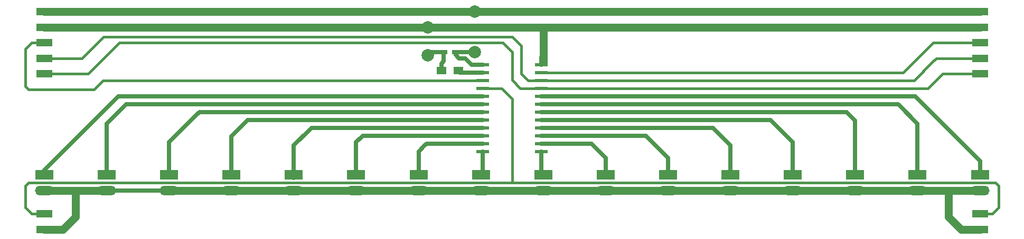
<source format=gbl>
G04 #@! TF.FileFunction,Copper,L2,Bot,Signal*
%FSLAX46Y46*%
G04 Gerber Fmt 4.6, Leading zero omitted, Abs format (unit mm)*
G04 Created by KiCad (PCBNEW 4.0.7-e2-6376~58~ubuntu17.04.1) date Mon Nov 20 17:12:01 2017*
%MOMM*%
%LPD*%
G01*
G04 APERTURE LIST*
%ADD10C,0.100000*%
%ADD11R,2.500000X1.250000*%
%ADD12R,2.000000X0.600000*%
%ADD13R,1.500000X1.300000*%
%ADD14R,3.000000X1.500000*%
%ADD15O,3.000000X1.500000*%
%ADD16R,1.200000X0.750000*%
%ADD17C,1.998980*%
%ADD18C,0.635000*%
%ADD19C,1.270000*%
%ADD20C,0.381000*%
G04 APERTURE END LIST*
D10*
D11*
X212500000Y-42500000D03*
X212500000Y-72500000D03*
X212500000Y-50000000D03*
X212500000Y-47500000D03*
X62500000Y-45000000D03*
X212500000Y-75000000D03*
X62500000Y-40000000D03*
X62500000Y-42500000D03*
X62500000Y-72500000D03*
X62500000Y-50000000D03*
X62500000Y-47500000D03*
X212500000Y-45000000D03*
X62500000Y-75000000D03*
X212500000Y-40000000D03*
D12*
X142200000Y-48515000D03*
X142200000Y-49785000D03*
X142200000Y-51055000D03*
X142200000Y-52325000D03*
X142200000Y-53595000D03*
X142200000Y-54865000D03*
X142200000Y-56135000D03*
X142200000Y-57405000D03*
X142200000Y-58675000D03*
X142200000Y-59945000D03*
X142200000Y-61215000D03*
X142200000Y-62485000D03*
X132800000Y-62485000D03*
X132800000Y-61215000D03*
X132800000Y-59945000D03*
X132800000Y-58675000D03*
X132800000Y-57405000D03*
X132800000Y-56135000D03*
X132800000Y-54865000D03*
X132800000Y-53595000D03*
X132800000Y-52325000D03*
X132800000Y-51055000D03*
X132800000Y-49785000D03*
X132800000Y-48515000D03*
D13*
X128850000Y-49500000D03*
X126150000Y-49500000D03*
D14*
X62500000Y-66230000D03*
D15*
X62500000Y-68770000D03*
D14*
X72500000Y-66230000D03*
D15*
X72500000Y-68770000D03*
D14*
X82500000Y-66230000D03*
D15*
X82500000Y-68770000D03*
D14*
X92500000Y-66230000D03*
D15*
X92500000Y-68770000D03*
D14*
X102500000Y-66230000D03*
D15*
X102500000Y-68770000D03*
D14*
X112500000Y-66230000D03*
D15*
X112500000Y-68770000D03*
D14*
X122500000Y-66230000D03*
D15*
X122500000Y-68770000D03*
D14*
X132500000Y-66230000D03*
D15*
X132500000Y-68770000D03*
D14*
X142500000Y-66230000D03*
D15*
X142500000Y-68770000D03*
D14*
X152500000Y-66230000D03*
D15*
X152500000Y-68770000D03*
D14*
X162500000Y-66230000D03*
D15*
X162500000Y-68770000D03*
D14*
X172500000Y-66230000D03*
D15*
X172500000Y-68770000D03*
D14*
X182500000Y-66230000D03*
D15*
X182500000Y-68770000D03*
D14*
X192500000Y-66230000D03*
D15*
X192500000Y-68770000D03*
D14*
X202500000Y-66230000D03*
D15*
X202500000Y-68770000D03*
D14*
X212500000Y-66230000D03*
D15*
X212500000Y-68770000D03*
D16*
X128450000Y-46500000D03*
X126550000Y-46500000D03*
D17*
X131500000Y-40000000D03*
X124000000Y-42500000D03*
X124000000Y-47000000D03*
X131500000Y-46500000D03*
D18*
X131500000Y-40000000D02*
X133500000Y-40000000D01*
X128450000Y-46500000D02*
X131500000Y-46500000D01*
X132800000Y-48515000D02*
X131015000Y-48515000D01*
X128450000Y-46950000D02*
X128450000Y-46500000D01*
X129000000Y-47500000D02*
X128450000Y-46950000D01*
X130000000Y-47500000D02*
X129000000Y-47500000D01*
X131015000Y-48515000D02*
X130000000Y-47500000D01*
D19*
X212500000Y-40000000D02*
X133500000Y-40000000D01*
X133500000Y-40000000D02*
X124500000Y-40000000D01*
X124500000Y-40000000D02*
X62500000Y-40000000D01*
D18*
X124000000Y-42500000D02*
X126000000Y-42500000D01*
X142200000Y-48515000D02*
X142200000Y-47300000D01*
X142200000Y-47300000D02*
X142500000Y-47000000D01*
X126550000Y-46500000D02*
X124500000Y-46500000D01*
X124500000Y-46500000D02*
X124000000Y-47000000D01*
X126150000Y-49500000D02*
X126150000Y-48350000D01*
X126550000Y-47950000D02*
X126550000Y-46500000D01*
X126150000Y-48350000D02*
X126550000Y-47950000D01*
X142200000Y-48515000D02*
X142200000Y-48300000D01*
X142200000Y-48300000D02*
X142500000Y-48000000D01*
D19*
X142500000Y-47000000D02*
X142500000Y-48000000D01*
X142500000Y-42500000D02*
X142500000Y-47000000D01*
X62500000Y-42500000D02*
X122000000Y-42500000D01*
X122000000Y-42500000D02*
X126000000Y-42500000D01*
X126000000Y-42500000D02*
X142500000Y-42500000D01*
X142500000Y-42500000D02*
X212500000Y-42500000D01*
D18*
X212500000Y-66230000D02*
X212500000Y-64000000D01*
X212500000Y-64000000D02*
X202095000Y-53595000D01*
X142200000Y-53595000D02*
X202095000Y-53595000D01*
D19*
X207500000Y-68770000D02*
X207500000Y-73000000D01*
X62500000Y-75000000D02*
X65500000Y-75000000D01*
X67500000Y-73000000D02*
X67500000Y-68770000D01*
X65500000Y-75000000D02*
X67500000Y-73000000D01*
X212500000Y-75000000D02*
X209500000Y-75000000D01*
X209500000Y-75000000D02*
X207500000Y-73000000D01*
X202500000Y-68770000D02*
X207500000Y-68770000D01*
X207500000Y-68770000D02*
X207000000Y-68770000D01*
X207000000Y-68770000D02*
X212500000Y-68770000D01*
X192500000Y-68770000D02*
X202500000Y-68770000D01*
X182500000Y-68770000D02*
X192500000Y-68770000D01*
X172500000Y-68770000D02*
X182500000Y-68770000D01*
X162500000Y-68770000D02*
X172500000Y-68770000D01*
X152500000Y-68770000D02*
X162500000Y-68770000D01*
X142500000Y-68770000D02*
X152500000Y-68770000D01*
X142500000Y-68770000D02*
X132500000Y-68770000D01*
X122500000Y-68770000D02*
X132500000Y-68770000D01*
X112500000Y-68770000D02*
X122500000Y-68770000D01*
X102500000Y-68770000D02*
X112500000Y-68770000D01*
X102500000Y-68770000D02*
X92690498Y-68770000D01*
X92690498Y-68770000D02*
X92500000Y-68579502D01*
X92500000Y-68579502D02*
X92500000Y-68770000D01*
X82500000Y-68770000D02*
X92500000Y-68770000D01*
D18*
X72500000Y-68770000D02*
X82500000Y-68770000D01*
D19*
X62500000Y-68770000D02*
X67500000Y-68770000D01*
X67500000Y-68770000D02*
X72500000Y-68770000D01*
D18*
X142200000Y-54865000D02*
X199365000Y-54865000D01*
X199365000Y-54865000D02*
X199500000Y-55000000D01*
X199500000Y-55000000D02*
X202500000Y-58000000D01*
X202500000Y-58000000D02*
X202500000Y-66230000D01*
X142200000Y-56135000D02*
X191135000Y-56135000D01*
X191135000Y-56135000D02*
X191500000Y-56500000D01*
X191500000Y-56500000D02*
X192500000Y-57500000D01*
X192500000Y-57500000D02*
X192500000Y-66230000D01*
X142200000Y-57405000D02*
X178905000Y-57405000D01*
X178905000Y-57405000D02*
X179000000Y-57500000D01*
X179000000Y-57500000D02*
X182500000Y-61000000D01*
X182500000Y-61000000D02*
X182500000Y-66230000D01*
X142200000Y-58675000D02*
X169675000Y-58675000D01*
X172500000Y-61500000D02*
X172500000Y-66230000D01*
X169675000Y-58675000D02*
X172500000Y-61500000D01*
X142200000Y-59945000D02*
X158945000Y-59945000D01*
X158945000Y-59945000D02*
X159000000Y-60000000D01*
X159000000Y-60000000D02*
X162500000Y-63500000D01*
X162500000Y-63500000D02*
X162500000Y-66230000D01*
X142200000Y-61215000D02*
X150215000Y-61215000D01*
X150215000Y-61215000D02*
X150500000Y-61500000D01*
X150500000Y-61500000D02*
X152500000Y-63500000D01*
X152500000Y-63500000D02*
X152500000Y-66230000D01*
X142200000Y-62485000D02*
X142200000Y-65930000D01*
X142200000Y-65930000D02*
X142500000Y-66230000D01*
X142200000Y-65930000D02*
X142500000Y-66230000D01*
X132800000Y-62485000D02*
X132800000Y-65930000D01*
X132800000Y-65930000D02*
X132500000Y-66230000D01*
X132800000Y-65930000D02*
X132500000Y-66230000D01*
X132800000Y-61215000D02*
X123785000Y-61215000D01*
X123785000Y-61215000D02*
X123500000Y-61500000D01*
X122500000Y-62500000D02*
X122500000Y-66230000D01*
X123500000Y-61500000D02*
X122500000Y-62500000D01*
X132800000Y-59945000D02*
X113555000Y-59945000D01*
X113555000Y-59945000D02*
X113500000Y-60000000D01*
X112500000Y-61000000D02*
X112500000Y-66230000D01*
X113500000Y-60000000D02*
X112500000Y-61000000D01*
X132800000Y-58675000D02*
X105325000Y-58675000D01*
X105325000Y-58675000D02*
X105000000Y-59000000D01*
X102500000Y-61500000D02*
X102500000Y-66737998D01*
X102500000Y-66737998D02*
X102500000Y-66230000D01*
X105000000Y-59000000D02*
X102500000Y-61500000D01*
X132800000Y-57405000D02*
X95095000Y-57405000D01*
X95095000Y-57405000D02*
X94000000Y-58500000D01*
X92500000Y-60000000D02*
X92500000Y-66230000D01*
X94000000Y-58500000D02*
X92500000Y-60000000D01*
X132800000Y-56135000D02*
X87365000Y-56135000D01*
X87365000Y-56135000D02*
X87000000Y-56500000D01*
X82500000Y-61000000D02*
X82500000Y-66230000D01*
X87000000Y-56500000D02*
X82500000Y-61000000D01*
X132800000Y-54865000D02*
X75635000Y-54865000D01*
X75635000Y-54865000D02*
X75000000Y-55500000D01*
X72500000Y-58000000D02*
X72500000Y-66230000D01*
X75000000Y-55500000D02*
X72500000Y-58000000D01*
X62500000Y-66230000D02*
X62500000Y-65500000D01*
X62500000Y-65500000D02*
X74405000Y-53595000D01*
X132800000Y-53595000D02*
X74405000Y-53595000D01*
D20*
X75000000Y-51055000D02*
X71945000Y-51055000D01*
X59500000Y-46000000D02*
X60500000Y-45000000D01*
X59500000Y-52000000D02*
X59500000Y-46000000D01*
X60000000Y-52500000D02*
X59500000Y-52000000D01*
X70500000Y-52500000D02*
X60000000Y-52500000D01*
X60500000Y-45000000D02*
X62500000Y-45000000D01*
X71945000Y-51055000D02*
X70500000Y-52500000D01*
X132800000Y-51055000D02*
X75000000Y-51055000D01*
X75000000Y-51055000D02*
X74945000Y-51055000D01*
X142200000Y-49785000D02*
X200215000Y-49785000D01*
X200215000Y-49785000D02*
X203500000Y-46500000D01*
X203215000Y-46785000D02*
X203500000Y-46500000D01*
X203500000Y-46500000D02*
X205000000Y-45000000D01*
X205000000Y-45000000D02*
X212500000Y-45000000D01*
X142200000Y-51055000D02*
X201945000Y-51055000D01*
X205500000Y-47500000D02*
X212500000Y-47500000D01*
X204945000Y-48055000D02*
X205500000Y-47500000D01*
X201945000Y-51055000D02*
X204945000Y-48055000D01*
X62500000Y-47500000D02*
X68500000Y-47500000D01*
X140055000Y-51055000D02*
X142200000Y-51055000D01*
X139000000Y-50000000D02*
X140055000Y-51055000D01*
X139000000Y-45500000D02*
X139000000Y-50000000D01*
X137500000Y-44000000D02*
X139000000Y-45500000D01*
X72000000Y-44000000D02*
X137500000Y-44000000D01*
X68500000Y-47500000D02*
X72000000Y-44000000D01*
X142200000Y-52325000D02*
X204175000Y-52325000D01*
X204175000Y-52325000D02*
X206500000Y-50000000D01*
X62500000Y-50000000D02*
X69500000Y-50000000D01*
X138825000Y-52325000D02*
X142200000Y-52325000D01*
X137500000Y-51000000D02*
X138825000Y-52325000D01*
X137500000Y-46500000D02*
X137500000Y-51000000D01*
X136000000Y-45000000D02*
X137500000Y-46500000D01*
X74500000Y-45000000D02*
X136000000Y-45000000D01*
X69500000Y-50000000D02*
X74500000Y-45000000D01*
X206500000Y-50000000D02*
X212500000Y-50000000D01*
X137500000Y-67500000D02*
X137500000Y-54000000D01*
X135825000Y-52325000D02*
X137500000Y-54000000D01*
X135825000Y-52325000D02*
X132800000Y-52325000D01*
X64000000Y-67500000D02*
X137500000Y-67500000D01*
X137500000Y-67500000D02*
X215000000Y-67500000D01*
X60000000Y-67500000D02*
X64000000Y-67500000D01*
X215000000Y-67500000D02*
X215500000Y-68000000D01*
X60500000Y-72500000D02*
X59500000Y-71500000D01*
X59500000Y-71500000D02*
X59500000Y-68000000D01*
X59500000Y-68000000D02*
X60000000Y-67500000D01*
X62500000Y-72500000D02*
X60500000Y-72500000D01*
X214500000Y-72500000D02*
X212500000Y-72500000D01*
X215500000Y-71500000D02*
X214500000Y-72500000D01*
X215500000Y-68000000D02*
X215500000Y-71500000D01*
D18*
X132800000Y-49785000D02*
X129135000Y-49785000D01*
X129135000Y-49785000D02*
X128850000Y-49500000D01*
M02*

</source>
